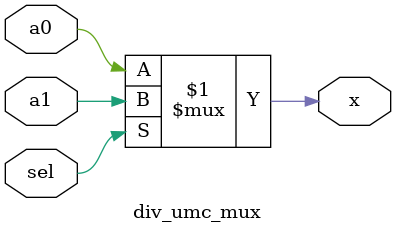
<source format=v>
module div_umc2 (  port_x, port_y, port_nCLK, port_b, port_a, port_c, port_tmp2);

	inout wire port_x;
	output wire port_y;
	input wire port_nCLK;
	input wire port_b;
	input wire port_a;
	input wire port_c;
	inout wire port_tmp2;

	// Wires

	wire w1;
	wire w2;
	wire w3;
	wire w4;
	wire w5;
	wire w6;
	wire w7;
	wire w8;
	wire w9;
	wire w10;
	wire w11;
	wire w12;
	wire ck;
	wire cck;
	wire w15;
	wire w16;
	wire w17;
	wire w18;
	wire w19;
	wire w20;
	wire w21;
	wire w22;
	wire w23;
	wire w24;
	wire w25;
	wire w26;
	wire w27;
	wire w28;
	wire w29;
	wire w30;
	wire w31;
	wire w32;
	wire w33;
	wire w34;
	wire w35;
	wire w36;
	wire w37;
	wire w38;
	wire w39;
	wire w40;
	wire w41;
	wire w42;
	wire w43;
	wire w44;
	wire tmp1;
	wire w46;
	wire w47;
	wire w48;
	wire fb;
	wire w_tmp2;
	wire w51;
	wire w52;

	assign port_x = w39;
	assign port_y = w34;
	assign w38 = port_nCLK;
	assign w46 = port_b;
	assign w47 = port_a;
	assign w48 = port_c;
	assign port_tmp2 = w_tmp2;

	// Instances

	div_umc_notsuper g1 (.a(w40), .x(w39) );
	div_umc_nor g2 (.a(w_tmp2), .b(w46), .x(w34) );
	div_umc_nor g3 (.a(w31), .b(w29), .x(w30) );
	div_umc_nor g4 (.a(w48), .b(w30), .x(w29) );
	div_umc_nor g5 (.a(w28), .b(w27), .x(w35) );
	div_umc_nor g6 (.a(w36), .b(w35), .x(w1) );
	div_umc_nor g7 (.b(w16), .a(cck), .x(ck) );
	div_umc_nor g8 (.a(w15), .b(ck), .x(cck) );
	div_umc_nor g9 (.b(w_tmp2), .a(w12), .x(tmp1) );
	div_umc_nor g10 (.b(fb), .a(w9), .x(w8) );
	div_umc_nor g11 (.a(w6), .b(fb), .x(w5) );
	div_umc_nor g12 (.a(w44), .b(w1), .x(w3) );
	div_umc_nor g13 (.a(w43), .b(tmp1), .x(w17) );
	div_umc_nor g14 (.b(w42), .a(tmp1), .x(w18) );
	div_umc_nor g15 (.b(w41), .a(tmp1), .x(w20) );
	div_umc_dlatch g16 (.d(w26), .en(ck), .nq(w40) );
	div_umc_dlatch g17 (.d(w52), .en(cck), .nq(w26) );
	div_umc_dlatch g18 (.d(w_tmp2), .en(ck), .nq(w52) );
	div_umc_dlatch g19 (.d(w25), .en(cck), .nq(fb) );
	div_umc_dlatch g20 (.d(w24), .en(ck), .nq(w25) );
	div_umc_dlatch g21 (.d(w23), .en(cck), .nq(w24) );
	div_umc_dlatch g22 (.d(w22), .en(ck), .nq(w23) );
	div_umc_dlatch g23 (.d(w21), .en(cck), .nq(w22) );
	div_umc_dlatch g24 (.d(w20), .en(ck), .nq(w21) );
	div_umc_dlatch g25 (.d(w19), .en(cck), .q(w41) );
	div_umc_dlatch g26 (.d(w18), .en(ck), .nq(w19) );
	div_umc_dlatch g27 (.d(w51), .en(cck), .q(w42) );
	div_umc_dlatch g28 (.d(w17), .en(ck), .nq(w51) );
	div_umc_dlatch g29 (.d(w2), .en(cck), .q(w43) );
	div_umc_dlatch g30 (.d(w3), .en(ck), .nq(w2) );
	div_umc_dlatch g31 (.d(w4), .en(cck), .q(w44) );
	div_umc_dlatch g32 (.d(w5), .en(ck), .nq(w4) );
	div_umc_dlatch g33 (.d(w7), .en(cck), .q(w6) );
	div_umc_dlatch g34 (.d(w8), .en(ck), .nq(w7) );
	div_umc_dlatch g35 (.d(w10), .en(cck), .q(w9) );
	div_umc_dlatch g36 (.d(w11), .en(ck), .nq(w10) );
	div_umc_not g37 (.a(fb), .x(w12) );
	div_umc_not g38 (.a(fb), .x(w11) );
	div_umc_not g39 (.a(w39), .x(w33) );
	div_umc_not g40 (.a(w29), .x(w28) );
	div_umc_not g41 (.a(fb), .x(w36) );
	div_umc_not g42 (.a(w37), .x(w_tmp2) );
	div_umc_not g43 (.a(w38), .x(w15) );
	div_umc_not g44 (.a(w15), .x(w16) );
	div_umc_mux g45 (.sel(w_tmp2), .a0(w3), .a1(w8), .x(w37) );
	div_umc_not g46 (.a(w_tmp2), .x(w27) );
	div_umc_dlatch g47 (.d(w32), .en(w33), .nq(w31) );
	div_umc_dlatch g48 (.d(w47), .en(w39), .nq(w32) );
endmodule // div_umc2

// Module Definitions [It is possible to wrap here on your primitives]

module div_umc_notsuper (  a, x);

	input wire a;
	output wire x;

	not (x, a);

endmodule // div_umc_notsuper

module div_umc_nor (  a, b, x);

	input wire a;
	input wire b;
	output wire x;

	nor (x, a, b);

endmodule // div_umc_nor

module div_umc_dlatch (  d, en, nq, q);

	input wire d;
	input wire en;
	output wire nq;
	output wire q;

    reg dout; 
    always @(d or en) begin
        if (en == 1'b1 && (d == 1'b0 || d == 1'b1))
            dout <= d;   // Use non-blocking
    end

    assign q = dout;
    assign nq = ~dout;

    initial dout <= 1'b0;

endmodule // div_umc_dlatch

module div_umc_not (  a, x);

	input wire a;
	output wire x;

	not (x, a);

endmodule // div_umc_not

module div_umc_mux (  sel, a0, a1, x);

	input wire sel;
	input wire a0;
	input wire a1;
	output wire x;

	assign x = sel ? a1 : a0;

endmodule // div_umc_mux

</source>
